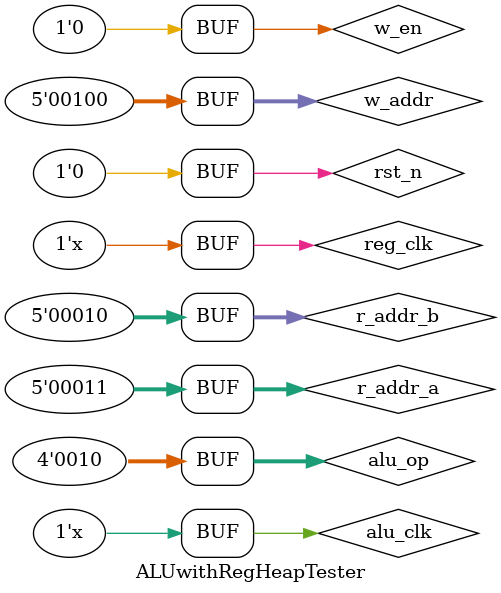
<source format=v>
`timescale 1ns/1ps

module ALUwithRegHeapTester();

reg rst_n;
reg w_en;
reg [4:0] r_addr_a, r_addr_b, w_addr;
reg [3:0] alu_op;
reg reg_clk, alu_clk;
wire [31:0] res;
wire [3:0] flags;

ALUwithRegHeap ar(
    rst_n,
    w_en,
    r_addr_a,
    r_addr_b,
    w_addr,
    alu_op,
    reg_clk,
    alu_clk,
    res,
    flags
);

always #5 reg_clk = ~reg_clk;
always #5 alu_clk = ~alu_clk;

initial begin
    reg_clk = 0;
    alu_clk = 0;
    rst_n = 1;
    w_en = 0;
    r_addr_a = 0;
    r_addr_b = 0;
    w_addr = 0;
    alu_op = 0;
    #100
    rst_n = 0;
    #100
    rst_n = 0;
    #100
    w_en = 1;
    r_addr_a = 5'b00000;
    r_addr_b = 5'b00001;
    w_addr = 5'b00010;
    alu_op = 4'b1100;
    #100
    w_en = 1;
    r_addr_a = 5'b00010;
    r_addr_b = 5'b00001;
    w_addr = 5'b00011;
    alu_op = 4'b1010;
    #100
    w_en = 0;
    r_addr_a = 5'b00011;
    r_addr_b = 5'b00010;
    w_addr = 5'b00100;
    alu_op = 4'b0010;
end

endmodule
</source>
